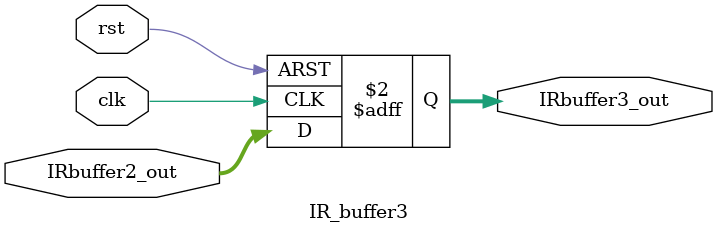
<source format=sv>
module IR_buffer3
(
    input  logic        clk,
    input  logic        rst,
    input  logic [31:0] IRbuffer2_out,       // Input from the main PC
    output logic [31:0] IRbuffer3_out       // Output to Decode stage
);
    always_ff @(posedge clk or posedge rst)
    begin
        if (rst)
            IRbuffer3_out <= 32'b0;         // Reset value
        else
            IRbuffer3_out <= IRbuffer2_out;         // Pass PC to Decode stage
    end
endmodule
</source>
